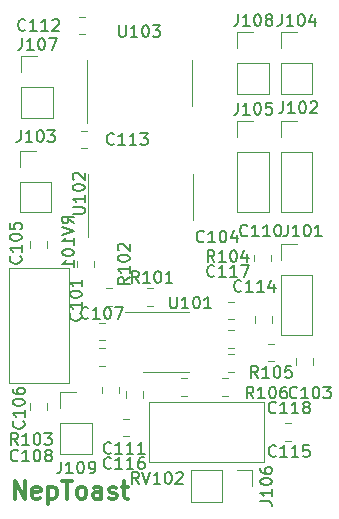
<source format=gbr>
%TF.GenerationSoftware,KiCad,Pcbnew,(6.0.8)*%
%TF.CreationDate,2022-10-15T17:18:15+02:00*%
%TF.ProjectId,Digital Delay,44696769-7461-46c2-9044-656c61792e6b,rev?*%
%TF.SameCoordinates,Original*%
%TF.FileFunction,Legend,Top*%
%TF.FilePolarity,Positive*%
%FSLAX46Y46*%
G04 Gerber Fmt 4.6, Leading zero omitted, Abs format (unit mm)*
G04 Created by KiCad (PCBNEW (6.0.8)) date 2022-10-15 17:18:15*
%MOMM*%
%LPD*%
G01*
G04 APERTURE LIST*
%ADD10C,0.300000*%
%ADD11C,0.150000*%
%ADD12C,0.120000*%
G04 APERTURE END LIST*
D10*
X39100714Y-78783571D02*
X39100714Y-77283571D01*
X39957857Y-78783571D01*
X39957857Y-77283571D01*
X41243571Y-78712142D02*
X41100714Y-78783571D01*
X40815000Y-78783571D01*
X40672142Y-78712142D01*
X40600714Y-78569285D01*
X40600714Y-77997857D01*
X40672142Y-77855000D01*
X40815000Y-77783571D01*
X41100714Y-77783571D01*
X41243571Y-77855000D01*
X41315000Y-77997857D01*
X41315000Y-78140714D01*
X40600714Y-78283571D01*
X41957857Y-77783571D02*
X41957857Y-79283571D01*
X41957857Y-77855000D02*
X42100714Y-77783571D01*
X42386428Y-77783571D01*
X42529285Y-77855000D01*
X42600714Y-77926428D01*
X42672142Y-78069285D01*
X42672142Y-78497857D01*
X42600714Y-78640714D01*
X42529285Y-78712142D01*
X42386428Y-78783571D01*
X42100714Y-78783571D01*
X41957857Y-78712142D01*
X43100714Y-77283571D02*
X43957857Y-77283571D01*
X43529285Y-78783571D02*
X43529285Y-77283571D01*
X44672142Y-78783571D02*
X44529285Y-78712142D01*
X44457857Y-78640714D01*
X44386428Y-78497857D01*
X44386428Y-78069285D01*
X44457857Y-77926428D01*
X44529285Y-77855000D01*
X44672142Y-77783571D01*
X44886428Y-77783571D01*
X45029285Y-77855000D01*
X45100714Y-77926428D01*
X45172142Y-78069285D01*
X45172142Y-78497857D01*
X45100714Y-78640714D01*
X45029285Y-78712142D01*
X44886428Y-78783571D01*
X44672142Y-78783571D01*
X46457857Y-78783571D02*
X46457857Y-77997857D01*
X46386428Y-77855000D01*
X46243571Y-77783571D01*
X45957857Y-77783571D01*
X45815000Y-77855000D01*
X46457857Y-78712142D02*
X46315000Y-78783571D01*
X45957857Y-78783571D01*
X45815000Y-78712142D01*
X45743571Y-78569285D01*
X45743571Y-78426428D01*
X45815000Y-78283571D01*
X45957857Y-78212142D01*
X46315000Y-78212142D01*
X46457857Y-78140714D01*
X47100714Y-78712142D02*
X47243571Y-78783571D01*
X47529285Y-78783571D01*
X47672142Y-78712142D01*
X47743571Y-78569285D01*
X47743571Y-78497857D01*
X47672142Y-78355000D01*
X47529285Y-78283571D01*
X47315000Y-78283571D01*
X47172142Y-78212142D01*
X47100714Y-78069285D01*
X47100714Y-77997857D01*
X47172142Y-77855000D01*
X47315000Y-77783571D01*
X47529285Y-77783571D01*
X47672142Y-77855000D01*
X48172142Y-77783571D02*
X48743571Y-77783571D01*
X48386428Y-77283571D02*
X48386428Y-78569285D01*
X48457857Y-78712142D01*
X48600714Y-78783571D01*
X48743571Y-78783571D01*
D11*
%TO.C,C115*%
X61232952Y-75160142D02*
X61185333Y-75207761D01*
X61042476Y-75255380D01*
X60947238Y-75255380D01*
X60804380Y-75207761D01*
X60709142Y-75112523D01*
X60661523Y-75017285D01*
X60613904Y-74826809D01*
X60613904Y-74683952D01*
X60661523Y-74493476D01*
X60709142Y-74398238D01*
X60804380Y-74303000D01*
X60947238Y-74255380D01*
X61042476Y-74255380D01*
X61185333Y-74303000D01*
X61232952Y-74350619D01*
X62185333Y-75255380D02*
X61613904Y-75255380D01*
X61899619Y-75255380D02*
X61899619Y-74255380D01*
X61804380Y-74398238D01*
X61709142Y-74493476D01*
X61613904Y-74541095D01*
X63137714Y-75255380D02*
X62566285Y-75255380D01*
X62852000Y-75255380D02*
X62852000Y-74255380D01*
X62756761Y-74398238D01*
X62661523Y-74493476D01*
X62566285Y-74541095D01*
X64042476Y-74255380D02*
X63566285Y-74255380D01*
X63518666Y-74731571D01*
X63566285Y-74683952D01*
X63661523Y-74636333D01*
X63899619Y-74636333D01*
X63994857Y-74683952D01*
X64042476Y-74731571D01*
X64090095Y-74826809D01*
X64090095Y-75064904D01*
X64042476Y-75160142D01*
X63994857Y-75207761D01*
X63899619Y-75255380D01*
X63661523Y-75255380D01*
X63566285Y-75207761D01*
X63518666Y-75160142D01*
%TO.C,C114*%
X58316952Y-61190142D02*
X58269333Y-61237761D01*
X58126476Y-61285380D01*
X58031238Y-61285380D01*
X57888380Y-61237761D01*
X57793142Y-61142523D01*
X57745523Y-61047285D01*
X57697904Y-60856809D01*
X57697904Y-60713952D01*
X57745523Y-60523476D01*
X57793142Y-60428238D01*
X57888380Y-60333000D01*
X58031238Y-60285380D01*
X58126476Y-60285380D01*
X58269333Y-60333000D01*
X58316952Y-60380619D01*
X59269333Y-61285380D02*
X58697904Y-61285380D01*
X58983619Y-61285380D02*
X58983619Y-60285380D01*
X58888380Y-60428238D01*
X58793142Y-60523476D01*
X58697904Y-60571095D01*
X60221714Y-61285380D02*
X59650285Y-61285380D01*
X59936000Y-61285380D02*
X59936000Y-60285380D01*
X59840761Y-60428238D01*
X59745523Y-60523476D01*
X59650285Y-60571095D01*
X61078857Y-60618714D02*
X61078857Y-61285380D01*
X60840761Y-60237761D02*
X60602666Y-60952047D01*
X61221714Y-60952047D01*
%TO.C,J105*%
X58023285Y-45270380D02*
X58023285Y-45984666D01*
X57975666Y-46127523D01*
X57880428Y-46222761D01*
X57737571Y-46270380D01*
X57642333Y-46270380D01*
X59023285Y-46270380D02*
X58451857Y-46270380D01*
X58737571Y-46270380D02*
X58737571Y-45270380D01*
X58642333Y-45413238D01*
X58547095Y-45508476D01*
X58451857Y-45556095D01*
X59642333Y-45270380D02*
X59737571Y-45270380D01*
X59832809Y-45318000D01*
X59880428Y-45365619D01*
X59928047Y-45460857D01*
X59975666Y-45651333D01*
X59975666Y-45889428D01*
X59928047Y-46079904D01*
X59880428Y-46175142D01*
X59832809Y-46222761D01*
X59737571Y-46270380D01*
X59642333Y-46270380D01*
X59547095Y-46222761D01*
X59499476Y-46175142D01*
X59451857Y-46079904D01*
X59404238Y-45889428D01*
X59404238Y-45651333D01*
X59451857Y-45460857D01*
X59499476Y-45365619D01*
X59547095Y-45318000D01*
X59642333Y-45270380D01*
X60880428Y-45270380D02*
X60404238Y-45270380D01*
X60356619Y-45746571D01*
X60404238Y-45698952D01*
X60499476Y-45651333D01*
X60737571Y-45651333D01*
X60832809Y-45698952D01*
X60880428Y-45746571D01*
X60928047Y-45841809D01*
X60928047Y-46079904D01*
X60880428Y-46175142D01*
X60832809Y-46222761D01*
X60737571Y-46270380D01*
X60499476Y-46270380D01*
X60404238Y-46222761D01*
X60356619Y-46175142D01*
%TO.C,C107*%
X45362952Y-63476142D02*
X45315333Y-63523761D01*
X45172476Y-63571380D01*
X45077238Y-63571380D01*
X44934380Y-63523761D01*
X44839142Y-63428523D01*
X44791523Y-63333285D01*
X44743904Y-63142809D01*
X44743904Y-62999952D01*
X44791523Y-62809476D01*
X44839142Y-62714238D01*
X44934380Y-62619000D01*
X45077238Y-62571380D01*
X45172476Y-62571380D01*
X45315333Y-62619000D01*
X45362952Y-62666619D01*
X46315333Y-63571380D02*
X45743904Y-63571380D01*
X46029619Y-63571380D02*
X46029619Y-62571380D01*
X45934380Y-62714238D01*
X45839142Y-62809476D01*
X45743904Y-62857095D01*
X46934380Y-62571380D02*
X47029619Y-62571380D01*
X47124857Y-62619000D01*
X47172476Y-62666619D01*
X47220095Y-62761857D01*
X47267714Y-62952333D01*
X47267714Y-63190428D01*
X47220095Y-63380904D01*
X47172476Y-63476142D01*
X47124857Y-63523761D01*
X47029619Y-63571380D01*
X46934380Y-63571380D01*
X46839142Y-63523761D01*
X46791523Y-63476142D01*
X46743904Y-63380904D01*
X46696285Y-63190428D01*
X46696285Y-62952333D01*
X46743904Y-62761857D01*
X46791523Y-62666619D01*
X46839142Y-62619000D01*
X46934380Y-62571380D01*
X47601047Y-62571380D02*
X48267714Y-62571380D01*
X47839142Y-63571380D01*
%TO.C,C106*%
X39854142Y-72239047D02*
X39901761Y-72286666D01*
X39949380Y-72429523D01*
X39949380Y-72524761D01*
X39901761Y-72667619D01*
X39806523Y-72762857D01*
X39711285Y-72810476D01*
X39520809Y-72858095D01*
X39377952Y-72858095D01*
X39187476Y-72810476D01*
X39092238Y-72762857D01*
X38997000Y-72667619D01*
X38949380Y-72524761D01*
X38949380Y-72429523D01*
X38997000Y-72286666D01*
X39044619Y-72239047D01*
X39949380Y-71286666D02*
X39949380Y-71858095D01*
X39949380Y-71572380D02*
X38949380Y-71572380D01*
X39092238Y-71667619D01*
X39187476Y-71762857D01*
X39235095Y-71858095D01*
X38949380Y-70667619D02*
X38949380Y-70572380D01*
X38997000Y-70477142D01*
X39044619Y-70429523D01*
X39139857Y-70381904D01*
X39330333Y-70334285D01*
X39568428Y-70334285D01*
X39758904Y-70381904D01*
X39854142Y-70429523D01*
X39901761Y-70477142D01*
X39949380Y-70572380D01*
X39949380Y-70667619D01*
X39901761Y-70762857D01*
X39854142Y-70810476D01*
X39758904Y-70858095D01*
X39568428Y-70905714D01*
X39330333Y-70905714D01*
X39139857Y-70858095D01*
X39044619Y-70810476D01*
X38997000Y-70762857D01*
X38949380Y-70667619D01*
X38949380Y-69477142D02*
X38949380Y-69667619D01*
X38997000Y-69762857D01*
X39044619Y-69810476D01*
X39187476Y-69905714D01*
X39377952Y-69953333D01*
X39758904Y-69953333D01*
X39854142Y-69905714D01*
X39901761Y-69858095D01*
X39949380Y-69762857D01*
X39949380Y-69572380D01*
X39901761Y-69477142D01*
X39854142Y-69429523D01*
X39758904Y-69381904D01*
X39520809Y-69381904D01*
X39425571Y-69429523D01*
X39377952Y-69477142D01*
X39330333Y-69572380D01*
X39330333Y-69762857D01*
X39377952Y-69858095D01*
X39425571Y-69905714D01*
X39520809Y-69953333D01*
%TO.C,C111*%
X47267952Y-74906142D02*
X47220333Y-74953761D01*
X47077476Y-75001380D01*
X46982238Y-75001380D01*
X46839380Y-74953761D01*
X46744142Y-74858523D01*
X46696523Y-74763285D01*
X46648904Y-74572809D01*
X46648904Y-74429952D01*
X46696523Y-74239476D01*
X46744142Y-74144238D01*
X46839380Y-74049000D01*
X46982238Y-74001380D01*
X47077476Y-74001380D01*
X47220333Y-74049000D01*
X47267952Y-74096619D01*
X48220333Y-75001380D02*
X47648904Y-75001380D01*
X47934619Y-75001380D02*
X47934619Y-74001380D01*
X47839380Y-74144238D01*
X47744142Y-74239476D01*
X47648904Y-74287095D01*
X49172714Y-75001380D02*
X48601285Y-75001380D01*
X48887000Y-75001380D02*
X48887000Y-74001380D01*
X48791761Y-74144238D01*
X48696523Y-74239476D01*
X48601285Y-74287095D01*
X50125095Y-75001380D02*
X49553666Y-75001380D01*
X49839380Y-75001380D02*
X49839380Y-74001380D01*
X49744142Y-74144238D01*
X49648904Y-74239476D01*
X49553666Y-74287095D01*
%TO.C,J101*%
X62214285Y-55586380D02*
X62214285Y-56300666D01*
X62166666Y-56443523D01*
X62071428Y-56538761D01*
X61928571Y-56586380D01*
X61833333Y-56586380D01*
X63214285Y-56586380D02*
X62642857Y-56586380D01*
X62928571Y-56586380D02*
X62928571Y-55586380D01*
X62833333Y-55729238D01*
X62738095Y-55824476D01*
X62642857Y-55872095D01*
X63833333Y-55586380D02*
X63928571Y-55586380D01*
X64023809Y-55634000D01*
X64071428Y-55681619D01*
X64119047Y-55776857D01*
X64166666Y-55967333D01*
X64166666Y-56205428D01*
X64119047Y-56395904D01*
X64071428Y-56491142D01*
X64023809Y-56538761D01*
X63928571Y-56586380D01*
X63833333Y-56586380D01*
X63738095Y-56538761D01*
X63690476Y-56491142D01*
X63642857Y-56395904D01*
X63595238Y-56205428D01*
X63595238Y-55967333D01*
X63642857Y-55776857D01*
X63690476Y-55681619D01*
X63738095Y-55634000D01*
X63833333Y-55586380D01*
X65119047Y-56586380D02*
X64547619Y-56586380D01*
X64833333Y-56586380D02*
X64833333Y-55586380D01*
X64738095Y-55729238D01*
X64642857Y-55824476D01*
X64547619Y-55872095D01*
%TO.C,C101*%
X44680142Y-63095047D02*
X44727761Y-63142666D01*
X44775380Y-63285523D01*
X44775380Y-63380761D01*
X44727761Y-63523619D01*
X44632523Y-63618857D01*
X44537285Y-63666476D01*
X44346809Y-63714095D01*
X44203952Y-63714095D01*
X44013476Y-63666476D01*
X43918238Y-63618857D01*
X43823000Y-63523619D01*
X43775380Y-63380761D01*
X43775380Y-63285523D01*
X43823000Y-63142666D01*
X43870619Y-63095047D01*
X44775380Y-62142666D02*
X44775380Y-62714095D01*
X44775380Y-62428380D02*
X43775380Y-62428380D01*
X43918238Y-62523619D01*
X44013476Y-62618857D01*
X44061095Y-62714095D01*
X43775380Y-61523619D02*
X43775380Y-61428380D01*
X43823000Y-61333142D01*
X43870619Y-61285523D01*
X43965857Y-61237904D01*
X44156333Y-61190285D01*
X44394428Y-61190285D01*
X44584904Y-61237904D01*
X44680142Y-61285523D01*
X44727761Y-61333142D01*
X44775380Y-61428380D01*
X44775380Y-61523619D01*
X44727761Y-61618857D01*
X44680142Y-61666476D01*
X44584904Y-61714095D01*
X44394428Y-61761714D01*
X44156333Y-61761714D01*
X43965857Y-61714095D01*
X43870619Y-61666476D01*
X43823000Y-61618857D01*
X43775380Y-61523619D01*
X44775380Y-60237904D02*
X44775380Y-60809333D01*
X44775380Y-60523619D02*
X43775380Y-60523619D01*
X43918238Y-60618857D01*
X44013476Y-60714095D01*
X44061095Y-60809333D01*
%TO.C,C116*%
X47267952Y-76176142D02*
X47220333Y-76223761D01*
X47077476Y-76271380D01*
X46982238Y-76271380D01*
X46839380Y-76223761D01*
X46744142Y-76128523D01*
X46696523Y-76033285D01*
X46648904Y-75842809D01*
X46648904Y-75699952D01*
X46696523Y-75509476D01*
X46744142Y-75414238D01*
X46839380Y-75319000D01*
X46982238Y-75271380D01*
X47077476Y-75271380D01*
X47220333Y-75319000D01*
X47267952Y-75366619D01*
X48220333Y-76271380D02*
X47648904Y-76271380D01*
X47934619Y-76271380D02*
X47934619Y-75271380D01*
X47839380Y-75414238D01*
X47744142Y-75509476D01*
X47648904Y-75557095D01*
X49172714Y-76271380D02*
X48601285Y-76271380D01*
X48887000Y-76271380D02*
X48887000Y-75271380D01*
X48791761Y-75414238D01*
X48696523Y-75509476D01*
X48601285Y-75557095D01*
X50029857Y-75271380D02*
X49839380Y-75271380D01*
X49744142Y-75319000D01*
X49696523Y-75366619D01*
X49601285Y-75509476D01*
X49553666Y-75699952D01*
X49553666Y-76080904D01*
X49601285Y-76176142D01*
X49648904Y-76223761D01*
X49744142Y-76271380D01*
X49934619Y-76271380D01*
X50029857Y-76223761D01*
X50077476Y-76176142D01*
X50125095Y-76080904D01*
X50125095Y-75842809D01*
X50077476Y-75747571D01*
X50029857Y-75699952D01*
X49934619Y-75652333D01*
X49744142Y-75652333D01*
X49648904Y-75699952D01*
X49601285Y-75747571D01*
X49553666Y-75842809D01*
%TO.C,R104*%
X56030952Y-58745380D02*
X55697619Y-58269190D01*
X55459523Y-58745380D02*
X55459523Y-57745380D01*
X55840476Y-57745380D01*
X55935714Y-57793000D01*
X55983333Y-57840619D01*
X56030952Y-57935857D01*
X56030952Y-58078714D01*
X55983333Y-58173952D01*
X55935714Y-58221571D01*
X55840476Y-58269190D01*
X55459523Y-58269190D01*
X56983333Y-58745380D02*
X56411904Y-58745380D01*
X56697619Y-58745380D02*
X56697619Y-57745380D01*
X56602380Y-57888238D01*
X56507142Y-57983476D01*
X56411904Y-58031095D01*
X57602380Y-57745380D02*
X57697619Y-57745380D01*
X57792857Y-57793000D01*
X57840476Y-57840619D01*
X57888095Y-57935857D01*
X57935714Y-58126333D01*
X57935714Y-58364428D01*
X57888095Y-58554904D01*
X57840476Y-58650142D01*
X57792857Y-58697761D01*
X57697619Y-58745380D01*
X57602380Y-58745380D01*
X57507142Y-58697761D01*
X57459523Y-58650142D01*
X57411904Y-58554904D01*
X57364285Y-58364428D01*
X57364285Y-58126333D01*
X57411904Y-57935857D01*
X57459523Y-57840619D01*
X57507142Y-57793000D01*
X57602380Y-57745380D01*
X58792857Y-58078714D02*
X58792857Y-58745380D01*
X58554761Y-57697761D02*
X58316666Y-58412047D01*
X58935714Y-58412047D01*
%TO.C,J106*%
X59904380Y-79009714D02*
X60618666Y-79009714D01*
X60761523Y-79057333D01*
X60856761Y-79152571D01*
X60904380Y-79295428D01*
X60904380Y-79390666D01*
X60904380Y-78009714D02*
X60904380Y-78581142D01*
X60904380Y-78295428D02*
X59904380Y-78295428D01*
X60047238Y-78390666D01*
X60142476Y-78485904D01*
X60190095Y-78581142D01*
X59904380Y-77390666D02*
X59904380Y-77295428D01*
X59952000Y-77200190D01*
X59999619Y-77152571D01*
X60094857Y-77104952D01*
X60285333Y-77057333D01*
X60523428Y-77057333D01*
X60713904Y-77104952D01*
X60809142Y-77152571D01*
X60856761Y-77200190D01*
X60904380Y-77295428D01*
X60904380Y-77390666D01*
X60856761Y-77485904D01*
X60809142Y-77533523D01*
X60713904Y-77581142D01*
X60523428Y-77628761D01*
X60285333Y-77628761D01*
X60094857Y-77581142D01*
X59999619Y-77533523D01*
X59952000Y-77485904D01*
X59904380Y-77390666D01*
X59904380Y-76200190D02*
X59904380Y-76390666D01*
X59952000Y-76485904D01*
X59999619Y-76533523D01*
X60142476Y-76628761D01*
X60332952Y-76676380D01*
X60713904Y-76676380D01*
X60809142Y-76628761D01*
X60856761Y-76581142D01*
X60904380Y-76485904D01*
X60904380Y-76295428D01*
X60856761Y-76200190D01*
X60809142Y-76152571D01*
X60713904Y-76104952D01*
X60475809Y-76104952D01*
X60380571Y-76152571D01*
X60332952Y-76200190D01*
X60285333Y-76295428D01*
X60285333Y-76485904D01*
X60332952Y-76581142D01*
X60380571Y-76628761D01*
X60475809Y-76676380D01*
%TO.C,J103*%
X39608285Y-47585380D02*
X39608285Y-48299666D01*
X39560666Y-48442523D01*
X39465428Y-48537761D01*
X39322571Y-48585380D01*
X39227333Y-48585380D01*
X40608285Y-48585380D02*
X40036857Y-48585380D01*
X40322571Y-48585380D02*
X40322571Y-47585380D01*
X40227333Y-47728238D01*
X40132095Y-47823476D01*
X40036857Y-47871095D01*
X41227333Y-47585380D02*
X41322571Y-47585380D01*
X41417809Y-47633000D01*
X41465428Y-47680619D01*
X41513047Y-47775857D01*
X41560666Y-47966333D01*
X41560666Y-48204428D01*
X41513047Y-48394904D01*
X41465428Y-48490142D01*
X41417809Y-48537761D01*
X41322571Y-48585380D01*
X41227333Y-48585380D01*
X41132095Y-48537761D01*
X41084476Y-48490142D01*
X41036857Y-48394904D01*
X40989238Y-48204428D01*
X40989238Y-47966333D01*
X41036857Y-47775857D01*
X41084476Y-47680619D01*
X41132095Y-47633000D01*
X41227333Y-47585380D01*
X41894000Y-47585380D02*
X42513047Y-47585380D01*
X42179714Y-47966333D01*
X42322571Y-47966333D01*
X42417809Y-48013952D01*
X42465428Y-48061571D01*
X42513047Y-48156809D01*
X42513047Y-48394904D01*
X42465428Y-48490142D01*
X42417809Y-48537761D01*
X42322571Y-48585380D01*
X42036857Y-48585380D01*
X41941619Y-48537761D01*
X41894000Y-48490142D01*
%TO.C,U102*%
X44029380Y-54673285D02*
X44838904Y-54673285D01*
X44934142Y-54625666D01*
X44981761Y-54578047D01*
X45029380Y-54482809D01*
X45029380Y-54292333D01*
X44981761Y-54197095D01*
X44934142Y-54149476D01*
X44838904Y-54101857D01*
X44029380Y-54101857D01*
X45029380Y-53101857D02*
X45029380Y-53673285D01*
X45029380Y-53387571D02*
X44029380Y-53387571D01*
X44172238Y-53482809D01*
X44267476Y-53578047D01*
X44315095Y-53673285D01*
X44029380Y-52482809D02*
X44029380Y-52387571D01*
X44077000Y-52292333D01*
X44124619Y-52244714D01*
X44219857Y-52197095D01*
X44410333Y-52149476D01*
X44648428Y-52149476D01*
X44838904Y-52197095D01*
X44934142Y-52244714D01*
X44981761Y-52292333D01*
X45029380Y-52387571D01*
X45029380Y-52482809D01*
X44981761Y-52578047D01*
X44934142Y-52625666D01*
X44838904Y-52673285D01*
X44648428Y-52720904D01*
X44410333Y-52720904D01*
X44219857Y-52673285D01*
X44124619Y-52625666D01*
X44077000Y-52578047D01*
X44029380Y-52482809D01*
X44124619Y-51768523D02*
X44077000Y-51720904D01*
X44029380Y-51625666D01*
X44029380Y-51387571D01*
X44077000Y-51292333D01*
X44124619Y-51244714D01*
X44219857Y-51197095D01*
X44315095Y-51197095D01*
X44457952Y-51244714D01*
X45029380Y-51816142D01*
X45029380Y-51197095D01*
%TO.C,C108*%
X39393952Y-75541142D02*
X39346333Y-75588761D01*
X39203476Y-75636380D01*
X39108238Y-75636380D01*
X38965380Y-75588761D01*
X38870142Y-75493523D01*
X38822523Y-75398285D01*
X38774904Y-75207809D01*
X38774904Y-75064952D01*
X38822523Y-74874476D01*
X38870142Y-74779238D01*
X38965380Y-74684000D01*
X39108238Y-74636380D01*
X39203476Y-74636380D01*
X39346333Y-74684000D01*
X39393952Y-74731619D01*
X40346333Y-75636380D02*
X39774904Y-75636380D01*
X40060619Y-75636380D02*
X40060619Y-74636380D01*
X39965380Y-74779238D01*
X39870142Y-74874476D01*
X39774904Y-74922095D01*
X40965380Y-74636380D02*
X41060619Y-74636380D01*
X41155857Y-74684000D01*
X41203476Y-74731619D01*
X41251095Y-74826857D01*
X41298714Y-75017333D01*
X41298714Y-75255428D01*
X41251095Y-75445904D01*
X41203476Y-75541142D01*
X41155857Y-75588761D01*
X41060619Y-75636380D01*
X40965380Y-75636380D01*
X40870142Y-75588761D01*
X40822523Y-75541142D01*
X40774904Y-75445904D01*
X40727285Y-75255428D01*
X40727285Y-75017333D01*
X40774904Y-74826857D01*
X40822523Y-74731619D01*
X40870142Y-74684000D01*
X40965380Y-74636380D01*
X41870142Y-75064952D02*
X41774904Y-75017333D01*
X41727285Y-74969714D01*
X41679666Y-74874476D01*
X41679666Y-74826857D01*
X41727285Y-74731619D01*
X41774904Y-74684000D01*
X41870142Y-74636380D01*
X42060619Y-74636380D01*
X42155857Y-74684000D01*
X42203476Y-74731619D01*
X42251095Y-74826857D01*
X42251095Y-74874476D01*
X42203476Y-74969714D01*
X42155857Y-75017333D01*
X42060619Y-75064952D01*
X41870142Y-75064952D01*
X41774904Y-75112571D01*
X41727285Y-75160190D01*
X41679666Y-75255428D01*
X41679666Y-75445904D01*
X41727285Y-75541142D01*
X41774904Y-75588761D01*
X41870142Y-75636380D01*
X42060619Y-75636380D01*
X42155857Y-75588761D01*
X42203476Y-75541142D01*
X42251095Y-75445904D01*
X42251095Y-75255428D01*
X42203476Y-75160190D01*
X42155857Y-75112571D01*
X42060619Y-75064952D01*
%TO.C,C103*%
X63015952Y-70207142D02*
X62968333Y-70254761D01*
X62825476Y-70302380D01*
X62730238Y-70302380D01*
X62587380Y-70254761D01*
X62492142Y-70159523D01*
X62444523Y-70064285D01*
X62396904Y-69873809D01*
X62396904Y-69730952D01*
X62444523Y-69540476D01*
X62492142Y-69445238D01*
X62587380Y-69350000D01*
X62730238Y-69302380D01*
X62825476Y-69302380D01*
X62968333Y-69350000D01*
X63015952Y-69397619D01*
X63968333Y-70302380D02*
X63396904Y-70302380D01*
X63682619Y-70302380D02*
X63682619Y-69302380D01*
X63587380Y-69445238D01*
X63492142Y-69540476D01*
X63396904Y-69588095D01*
X64587380Y-69302380D02*
X64682619Y-69302380D01*
X64777857Y-69350000D01*
X64825476Y-69397619D01*
X64873095Y-69492857D01*
X64920714Y-69683333D01*
X64920714Y-69921428D01*
X64873095Y-70111904D01*
X64825476Y-70207142D01*
X64777857Y-70254761D01*
X64682619Y-70302380D01*
X64587380Y-70302380D01*
X64492142Y-70254761D01*
X64444523Y-70207142D01*
X64396904Y-70111904D01*
X64349285Y-69921428D01*
X64349285Y-69683333D01*
X64396904Y-69492857D01*
X64444523Y-69397619D01*
X64492142Y-69350000D01*
X64587380Y-69302380D01*
X65254047Y-69302380D02*
X65873095Y-69302380D01*
X65539761Y-69683333D01*
X65682619Y-69683333D01*
X65777857Y-69730952D01*
X65825476Y-69778571D01*
X65873095Y-69873809D01*
X65873095Y-70111904D01*
X65825476Y-70207142D01*
X65777857Y-70254761D01*
X65682619Y-70302380D01*
X65396904Y-70302380D01*
X65301666Y-70254761D01*
X65254047Y-70207142D01*
%TO.C,R106*%
X59332952Y-70302380D02*
X58999619Y-69826190D01*
X58761523Y-70302380D02*
X58761523Y-69302380D01*
X59142476Y-69302380D01*
X59237714Y-69350000D01*
X59285333Y-69397619D01*
X59332952Y-69492857D01*
X59332952Y-69635714D01*
X59285333Y-69730952D01*
X59237714Y-69778571D01*
X59142476Y-69826190D01*
X58761523Y-69826190D01*
X60285333Y-70302380D02*
X59713904Y-70302380D01*
X59999619Y-70302380D02*
X59999619Y-69302380D01*
X59904380Y-69445238D01*
X59809142Y-69540476D01*
X59713904Y-69588095D01*
X60904380Y-69302380D02*
X60999619Y-69302380D01*
X61094857Y-69350000D01*
X61142476Y-69397619D01*
X61190095Y-69492857D01*
X61237714Y-69683333D01*
X61237714Y-69921428D01*
X61190095Y-70111904D01*
X61142476Y-70207142D01*
X61094857Y-70254761D01*
X60999619Y-70302380D01*
X60904380Y-70302380D01*
X60809142Y-70254761D01*
X60761523Y-70207142D01*
X60713904Y-70111904D01*
X60666285Y-69921428D01*
X60666285Y-69683333D01*
X60713904Y-69492857D01*
X60761523Y-69397619D01*
X60809142Y-69350000D01*
X60904380Y-69302380D01*
X62094857Y-69302380D02*
X61904380Y-69302380D01*
X61809142Y-69350000D01*
X61761523Y-69397619D01*
X61666285Y-69540476D01*
X61618666Y-69730952D01*
X61618666Y-70111904D01*
X61666285Y-70207142D01*
X61713904Y-70254761D01*
X61809142Y-70302380D01*
X61999619Y-70302380D01*
X62094857Y-70254761D01*
X62142476Y-70207142D01*
X62190095Y-70111904D01*
X62190095Y-69873809D01*
X62142476Y-69778571D01*
X62094857Y-69730952D01*
X61999619Y-69683333D01*
X61809142Y-69683333D01*
X61713904Y-69730952D01*
X61666285Y-69778571D01*
X61618666Y-69873809D01*
%TO.C,J107*%
X39735285Y-39789380D02*
X39735285Y-40503666D01*
X39687666Y-40646523D01*
X39592428Y-40741761D01*
X39449571Y-40789380D01*
X39354333Y-40789380D01*
X40735285Y-40789380D02*
X40163857Y-40789380D01*
X40449571Y-40789380D02*
X40449571Y-39789380D01*
X40354333Y-39932238D01*
X40259095Y-40027476D01*
X40163857Y-40075095D01*
X41354333Y-39789380D02*
X41449571Y-39789380D01*
X41544809Y-39837000D01*
X41592428Y-39884619D01*
X41640047Y-39979857D01*
X41687666Y-40170333D01*
X41687666Y-40408428D01*
X41640047Y-40598904D01*
X41592428Y-40694142D01*
X41544809Y-40741761D01*
X41449571Y-40789380D01*
X41354333Y-40789380D01*
X41259095Y-40741761D01*
X41211476Y-40694142D01*
X41163857Y-40598904D01*
X41116238Y-40408428D01*
X41116238Y-40170333D01*
X41163857Y-39979857D01*
X41211476Y-39884619D01*
X41259095Y-39837000D01*
X41354333Y-39789380D01*
X42021000Y-39789380D02*
X42687666Y-39789380D01*
X42259095Y-40789380D01*
%TO.C,J109*%
X43037285Y-75652380D02*
X43037285Y-76366666D01*
X42989666Y-76509523D01*
X42894428Y-76604761D01*
X42751571Y-76652380D01*
X42656333Y-76652380D01*
X44037285Y-76652380D02*
X43465857Y-76652380D01*
X43751571Y-76652380D02*
X43751571Y-75652380D01*
X43656333Y-75795238D01*
X43561095Y-75890476D01*
X43465857Y-75938095D01*
X44656333Y-75652380D02*
X44751571Y-75652380D01*
X44846809Y-75700000D01*
X44894428Y-75747619D01*
X44942047Y-75842857D01*
X44989666Y-76033333D01*
X44989666Y-76271428D01*
X44942047Y-76461904D01*
X44894428Y-76557142D01*
X44846809Y-76604761D01*
X44751571Y-76652380D01*
X44656333Y-76652380D01*
X44561095Y-76604761D01*
X44513476Y-76557142D01*
X44465857Y-76461904D01*
X44418238Y-76271428D01*
X44418238Y-76033333D01*
X44465857Y-75842857D01*
X44513476Y-75747619D01*
X44561095Y-75700000D01*
X44656333Y-75652380D01*
X45465857Y-76652380D02*
X45656333Y-76652380D01*
X45751571Y-76604761D01*
X45799190Y-76557142D01*
X45894428Y-76414285D01*
X45942047Y-76223809D01*
X45942047Y-75842857D01*
X45894428Y-75747619D01*
X45846809Y-75700000D01*
X45751571Y-75652380D01*
X45561095Y-75652380D01*
X45465857Y-75700000D01*
X45418238Y-75747619D01*
X45370619Y-75842857D01*
X45370619Y-76080952D01*
X45418238Y-76176190D01*
X45465857Y-76223809D01*
X45561095Y-76271428D01*
X45751571Y-76271428D01*
X45846809Y-76223809D01*
X45894428Y-76176190D01*
X45942047Y-76080952D01*
%TO.C,J104*%
X61706285Y-37762380D02*
X61706285Y-38476666D01*
X61658666Y-38619523D01*
X61563428Y-38714761D01*
X61420571Y-38762380D01*
X61325333Y-38762380D01*
X62706285Y-38762380D02*
X62134857Y-38762380D01*
X62420571Y-38762380D02*
X62420571Y-37762380D01*
X62325333Y-37905238D01*
X62230095Y-38000476D01*
X62134857Y-38048095D01*
X63325333Y-37762380D02*
X63420571Y-37762380D01*
X63515809Y-37810000D01*
X63563428Y-37857619D01*
X63611047Y-37952857D01*
X63658666Y-38143333D01*
X63658666Y-38381428D01*
X63611047Y-38571904D01*
X63563428Y-38667142D01*
X63515809Y-38714761D01*
X63420571Y-38762380D01*
X63325333Y-38762380D01*
X63230095Y-38714761D01*
X63182476Y-38667142D01*
X63134857Y-38571904D01*
X63087238Y-38381428D01*
X63087238Y-38143333D01*
X63134857Y-37952857D01*
X63182476Y-37857619D01*
X63230095Y-37810000D01*
X63325333Y-37762380D01*
X64515809Y-38095714D02*
X64515809Y-38762380D01*
X64277714Y-37714761D02*
X64039619Y-38429047D01*
X64658666Y-38429047D01*
%TO.C,RV101*%
X44140380Y-55475380D02*
X43664190Y-55142047D01*
X44140380Y-54903952D02*
X43140380Y-54903952D01*
X43140380Y-55284904D01*
X43188000Y-55380142D01*
X43235619Y-55427761D01*
X43330857Y-55475380D01*
X43473714Y-55475380D01*
X43568952Y-55427761D01*
X43616571Y-55380142D01*
X43664190Y-55284904D01*
X43664190Y-54903952D01*
X43140380Y-55761095D02*
X44140380Y-56094428D01*
X43140380Y-56427761D01*
X44140380Y-57284904D02*
X44140380Y-56713476D01*
X44140380Y-56999190D02*
X43140380Y-56999190D01*
X43283238Y-56903952D01*
X43378476Y-56808714D01*
X43426095Y-56713476D01*
X43140380Y-57903952D02*
X43140380Y-57999190D01*
X43188000Y-58094428D01*
X43235619Y-58142047D01*
X43330857Y-58189666D01*
X43521333Y-58237285D01*
X43759428Y-58237285D01*
X43949904Y-58189666D01*
X44045142Y-58142047D01*
X44092761Y-58094428D01*
X44140380Y-57999190D01*
X44140380Y-57903952D01*
X44092761Y-57808714D01*
X44045142Y-57761095D01*
X43949904Y-57713476D01*
X43759428Y-57665857D01*
X43521333Y-57665857D01*
X43330857Y-57713476D01*
X43235619Y-57761095D01*
X43188000Y-57808714D01*
X43140380Y-57903952D01*
X44140380Y-59189666D02*
X44140380Y-58618238D01*
X44140380Y-58903952D02*
X43140380Y-58903952D01*
X43283238Y-58808714D01*
X43378476Y-58713476D01*
X43426095Y-58618238D01*
%TO.C,J108*%
X58023285Y-37757380D02*
X58023285Y-38471666D01*
X57975666Y-38614523D01*
X57880428Y-38709761D01*
X57737571Y-38757380D01*
X57642333Y-38757380D01*
X59023285Y-38757380D02*
X58451857Y-38757380D01*
X58737571Y-38757380D02*
X58737571Y-37757380D01*
X58642333Y-37900238D01*
X58547095Y-37995476D01*
X58451857Y-38043095D01*
X59642333Y-37757380D02*
X59737571Y-37757380D01*
X59832809Y-37805000D01*
X59880428Y-37852619D01*
X59928047Y-37947857D01*
X59975666Y-38138333D01*
X59975666Y-38376428D01*
X59928047Y-38566904D01*
X59880428Y-38662142D01*
X59832809Y-38709761D01*
X59737571Y-38757380D01*
X59642333Y-38757380D01*
X59547095Y-38709761D01*
X59499476Y-38662142D01*
X59451857Y-38566904D01*
X59404238Y-38376428D01*
X59404238Y-38138333D01*
X59451857Y-37947857D01*
X59499476Y-37852619D01*
X59547095Y-37805000D01*
X59642333Y-37757380D01*
X60547095Y-38185952D02*
X60451857Y-38138333D01*
X60404238Y-38090714D01*
X60356619Y-37995476D01*
X60356619Y-37947857D01*
X60404238Y-37852619D01*
X60451857Y-37805000D01*
X60547095Y-37757380D01*
X60737571Y-37757380D01*
X60832809Y-37805000D01*
X60880428Y-37852619D01*
X60928047Y-37947857D01*
X60928047Y-37995476D01*
X60880428Y-38090714D01*
X60832809Y-38138333D01*
X60737571Y-38185952D01*
X60547095Y-38185952D01*
X60451857Y-38233571D01*
X60404238Y-38281190D01*
X60356619Y-38376428D01*
X60356619Y-38566904D01*
X60404238Y-38662142D01*
X60451857Y-38709761D01*
X60547095Y-38757380D01*
X60737571Y-38757380D01*
X60832809Y-38709761D01*
X60880428Y-38662142D01*
X60928047Y-38566904D01*
X60928047Y-38376428D01*
X60880428Y-38281190D01*
X60832809Y-38233571D01*
X60737571Y-38185952D01*
%TO.C,R105*%
X59713952Y-68553380D02*
X59380619Y-68077190D01*
X59142523Y-68553380D02*
X59142523Y-67553380D01*
X59523476Y-67553380D01*
X59618714Y-67601000D01*
X59666333Y-67648619D01*
X59713952Y-67743857D01*
X59713952Y-67886714D01*
X59666333Y-67981952D01*
X59618714Y-68029571D01*
X59523476Y-68077190D01*
X59142523Y-68077190D01*
X60666333Y-68553380D02*
X60094904Y-68553380D01*
X60380619Y-68553380D02*
X60380619Y-67553380D01*
X60285380Y-67696238D01*
X60190142Y-67791476D01*
X60094904Y-67839095D01*
X61285380Y-67553380D02*
X61380619Y-67553380D01*
X61475857Y-67601000D01*
X61523476Y-67648619D01*
X61571095Y-67743857D01*
X61618714Y-67934333D01*
X61618714Y-68172428D01*
X61571095Y-68362904D01*
X61523476Y-68458142D01*
X61475857Y-68505761D01*
X61380619Y-68553380D01*
X61285380Y-68553380D01*
X61190142Y-68505761D01*
X61142523Y-68458142D01*
X61094904Y-68362904D01*
X61047285Y-68172428D01*
X61047285Y-67934333D01*
X61094904Y-67743857D01*
X61142523Y-67648619D01*
X61190142Y-67601000D01*
X61285380Y-67553380D01*
X62523476Y-67553380D02*
X62047285Y-67553380D01*
X61999666Y-68029571D01*
X62047285Y-67981952D01*
X62142523Y-67934333D01*
X62380619Y-67934333D01*
X62475857Y-67981952D01*
X62523476Y-68029571D01*
X62571095Y-68124809D01*
X62571095Y-68362904D01*
X62523476Y-68458142D01*
X62475857Y-68505761D01*
X62380619Y-68553380D01*
X62142523Y-68553380D01*
X62047285Y-68505761D01*
X61999666Y-68458142D01*
%TO.C,C117*%
X56030952Y-59920142D02*
X55983333Y-59967761D01*
X55840476Y-60015380D01*
X55745238Y-60015380D01*
X55602380Y-59967761D01*
X55507142Y-59872523D01*
X55459523Y-59777285D01*
X55411904Y-59586809D01*
X55411904Y-59443952D01*
X55459523Y-59253476D01*
X55507142Y-59158238D01*
X55602380Y-59063000D01*
X55745238Y-59015380D01*
X55840476Y-59015380D01*
X55983333Y-59063000D01*
X56030952Y-59110619D01*
X56983333Y-60015380D02*
X56411904Y-60015380D01*
X56697619Y-60015380D02*
X56697619Y-59015380D01*
X56602380Y-59158238D01*
X56507142Y-59253476D01*
X56411904Y-59301095D01*
X57935714Y-60015380D02*
X57364285Y-60015380D01*
X57650000Y-60015380D02*
X57650000Y-59015380D01*
X57554761Y-59158238D01*
X57459523Y-59253476D01*
X57364285Y-59301095D01*
X58269047Y-59015380D02*
X58935714Y-59015380D01*
X58507142Y-60015380D01*
%TO.C,U103*%
X47942714Y-38695380D02*
X47942714Y-39504904D01*
X47990333Y-39600142D01*
X48037952Y-39647761D01*
X48133190Y-39695380D01*
X48323666Y-39695380D01*
X48418904Y-39647761D01*
X48466523Y-39600142D01*
X48514142Y-39504904D01*
X48514142Y-38695380D01*
X49514142Y-39695380D02*
X48942714Y-39695380D01*
X49228428Y-39695380D02*
X49228428Y-38695380D01*
X49133190Y-38838238D01*
X49037952Y-38933476D01*
X48942714Y-38981095D01*
X50133190Y-38695380D02*
X50228428Y-38695380D01*
X50323666Y-38743000D01*
X50371285Y-38790619D01*
X50418904Y-38885857D01*
X50466523Y-39076333D01*
X50466523Y-39314428D01*
X50418904Y-39504904D01*
X50371285Y-39600142D01*
X50323666Y-39647761D01*
X50228428Y-39695380D01*
X50133190Y-39695380D01*
X50037952Y-39647761D01*
X49990333Y-39600142D01*
X49942714Y-39504904D01*
X49895095Y-39314428D01*
X49895095Y-39076333D01*
X49942714Y-38885857D01*
X49990333Y-38790619D01*
X50037952Y-38743000D01*
X50133190Y-38695380D01*
X50799857Y-38695380D02*
X51418904Y-38695380D01*
X51085571Y-39076333D01*
X51228428Y-39076333D01*
X51323666Y-39123952D01*
X51371285Y-39171571D01*
X51418904Y-39266809D01*
X51418904Y-39504904D01*
X51371285Y-39600142D01*
X51323666Y-39647761D01*
X51228428Y-39695380D01*
X50942714Y-39695380D01*
X50847476Y-39647761D01*
X50799857Y-39600142D01*
%TO.C,C105*%
X39600142Y-58269047D02*
X39647761Y-58316666D01*
X39695380Y-58459523D01*
X39695380Y-58554761D01*
X39647761Y-58697619D01*
X39552523Y-58792857D01*
X39457285Y-58840476D01*
X39266809Y-58888095D01*
X39123952Y-58888095D01*
X38933476Y-58840476D01*
X38838238Y-58792857D01*
X38743000Y-58697619D01*
X38695380Y-58554761D01*
X38695380Y-58459523D01*
X38743000Y-58316666D01*
X38790619Y-58269047D01*
X39695380Y-57316666D02*
X39695380Y-57888095D01*
X39695380Y-57602380D02*
X38695380Y-57602380D01*
X38838238Y-57697619D01*
X38933476Y-57792857D01*
X38981095Y-57888095D01*
X38695380Y-56697619D02*
X38695380Y-56602380D01*
X38743000Y-56507142D01*
X38790619Y-56459523D01*
X38885857Y-56411904D01*
X39076333Y-56364285D01*
X39314428Y-56364285D01*
X39504904Y-56411904D01*
X39600142Y-56459523D01*
X39647761Y-56507142D01*
X39695380Y-56602380D01*
X39695380Y-56697619D01*
X39647761Y-56792857D01*
X39600142Y-56840476D01*
X39504904Y-56888095D01*
X39314428Y-56935714D01*
X39076333Y-56935714D01*
X38885857Y-56888095D01*
X38790619Y-56840476D01*
X38743000Y-56792857D01*
X38695380Y-56697619D01*
X38695380Y-55459523D02*
X38695380Y-55935714D01*
X39171571Y-55983333D01*
X39123952Y-55935714D01*
X39076333Y-55840476D01*
X39076333Y-55602380D01*
X39123952Y-55507142D01*
X39171571Y-55459523D01*
X39266809Y-55411904D01*
X39504904Y-55411904D01*
X39600142Y-55459523D01*
X39647761Y-55507142D01*
X39695380Y-55602380D01*
X39695380Y-55840476D01*
X39647761Y-55935714D01*
X39600142Y-55983333D01*
%TO.C,C104*%
X55141952Y-56999142D02*
X55094333Y-57046761D01*
X54951476Y-57094380D01*
X54856238Y-57094380D01*
X54713380Y-57046761D01*
X54618142Y-56951523D01*
X54570523Y-56856285D01*
X54522904Y-56665809D01*
X54522904Y-56522952D01*
X54570523Y-56332476D01*
X54618142Y-56237238D01*
X54713380Y-56142000D01*
X54856238Y-56094380D01*
X54951476Y-56094380D01*
X55094333Y-56142000D01*
X55141952Y-56189619D01*
X56094333Y-57094380D02*
X55522904Y-57094380D01*
X55808619Y-57094380D02*
X55808619Y-56094380D01*
X55713380Y-56237238D01*
X55618142Y-56332476D01*
X55522904Y-56380095D01*
X56713380Y-56094380D02*
X56808619Y-56094380D01*
X56903857Y-56142000D01*
X56951476Y-56189619D01*
X56999095Y-56284857D01*
X57046714Y-56475333D01*
X57046714Y-56713428D01*
X56999095Y-56903904D01*
X56951476Y-56999142D01*
X56903857Y-57046761D01*
X56808619Y-57094380D01*
X56713380Y-57094380D01*
X56618142Y-57046761D01*
X56570523Y-56999142D01*
X56522904Y-56903904D01*
X56475285Y-56713428D01*
X56475285Y-56475333D01*
X56522904Y-56284857D01*
X56570523Y-56189619D01*
X56618142Y-56142000D01*
X56713380Y-56094380D01*
X57903857Y-56427714D02*
X57903857Y-57094380D01*
X57665761Y-56046761D02*
X57427666Y-56761047D01*
X58046714Y-56761047D01*
%TO.C,C112*%
X40028952Y-39092142D02*
X39981333Y-39139761D01*
X39838476Y-39187380D01*
X39743238Y-39187380D01*
X39600380Y-39139761D01*
X39505142Y-39044523D01*
X39457523Y-38949285D01*
X39409904Y-38758809D01*
X39409904Y-38615952D01*
X39457523Y-38425476D01*
X39505142Y-38330238D01*
X39600380Y-38235000D01*
X39743238Y-38187380D01*
X39838476Y-38187380D01*
X39981333Y-38235000D01*
X40028952Y-38282619D01*
X40981333Y-39187380D02*
X40409904Y-39187380D01*
X40695619Y-39187380D02*
X40695619Y-38187380D01*
X40600380Y-38330238D01*
X40505142Y-38425476D01*
X40409904Y-38473095D01*
X41933714Y-39187380D02*
X41362285Y-39187380D01*
X41648000Y-39187380D02*
X41648000Y-38187380D01*
X41552761Y-38330238D01*
X41457523Y-38425476D01*
X41362285Y-38473095D01*
X42314666Y-38282619D02*
X42362285Y-38235000D01*
X42457523Y-38187380D01*
X42695619Y-38187380D01*
X42790857Y-38235000D01*
X42838476Y-38282619D01*
X42886095Y-38377857D01*
X42886095Y-38473095D01*
X42838476Y-38615952D01*
X42267047Y-39187380D01*
X42886095Y-39187380D01*
%TO.C,U101*%
X52260714Y-61682380D02*
X52260714Y-62491904D01*
X52308333Y-62587142D01*
X52355952Y-62634761D01*
X52451190Y-62682380D01*
X52641666Y-62682380D01*
X52736904Y-62634761D01*
X52784523Y-62587142D01*
X52832142Y-62491904D01*
X52832142Y-61682380D01*
X53832142Y-62682380D02*
X53260714Y-62682380D01*
X53546428Y-62682380D02*
X53546428Y-61682380D01*
X53451190Y-61825238D01*
X53355952Y-61920476D01*
X53260714Y-61968095D01*
X54451190Y-61682380D02*
X54546428Y-61682380D01*
X54641666Y-61730000D01*
X54689285Y-61777619D01*
X54736904Y-61872857D01*
X54784523Y-62063333D01*
X54784523Y-62301428D01*
X54736904Y-62491904D01*
X54689285Y-62587142D01*
X54641666Y-62634761D01*
X54546428Y-62682380D01*
X54451190Y-62682380D01*
X54355952Y-62634761D01*
X54308333Y-62587142D01*
X54260714Y-62491904D01*
X54213095Y-62301428D01*
X54213095Y-62063333D01*
X54260714Y-61872857D01*
X54308333Y-61777619D01*
X54355952Y-61730000D01*
X54451190Y-61682380D01*
X55736904Y-62682380D02*
X55165476Y-62682380D01*
X55451190Y-62682380D02*
X55451190Y-61682380D01*
X55355952Y-61825238D01*
X55260714Y-61920476D01*
X55165476Y-61968095D01*
%TO.C,R102*%
X48839380Y-60047047D02*
X48363190Y-60380380D01*
X48839380Y-60618476D02*
X47839380Y-60618476D01*
X47839380Y-60237523D01*
X47887000Y-60142285D01*
X47934619Y-60094666D01*
X48029857Y-60047047D01*
X48172714Y-60047047D01*
X48267952Y-60094666D01*
X48315571Y-60142285D01*
X48363190Y-60237523D01*
X48363190Y-60618476D01*
X48839380Y-59094666D02*
X48839380Y-59666095D01*
X48839380Y-59380380D02*
X47839380Y-59380380D01*
X47982238Y-59475619D01*
X48077476Y-59570857D01*
X48125095Y-59666095D01*
X47839380Y-58475619D02*
X47839380Y-58380380D01*
X47887000Y-58285142D01*
X47934619Y-58237523D01*
X48029857Y-58189904D01*
X48220333Y-58142285D01*
X48458428Y-58142285D01*
X48648904Y-58189904D01*
X48744142Y-58237523D01*
X48791761Y-58285142D01*
X48839380Y-58380380D01*
X48839380Y-58475619D01*
X48791761Y-58570857D01*
X48744142Y-58618476D01*
X48648904Y-58666095D01*
X48458428Y-58713714D01*
X48220333Y-58713714D01*
X48029857Y-58666095D01*
X47934619Y-58618476D01*
X47887000Y-58570857D01*
X47839380Y-58475619D01*
X47934619Y-57761333D02*
X47887000Y-57713714D01*
X47839380Y-57618476D01*
X47839380Y-57380380D01*
X47887000Y-57285142D01*
X47934619Y-57237523D01*
X48029857Y-57189904D01*
X48125095Y-57189904D01*
X48267952Y-57237523D01*
X48839380Y-57808952D01*
X48839380Y-57189904D01*
%TO.C,J102*%
X61833285Y-45157380D02*
X61833285Y-45871666D01*
X61785666Y-46014523D01*
X61690428Y-46109761D01*
X61547571Y-46157380D01*
X61452333Y-46157380D01*
X62833285Y-46157380D02*
X62261857Y-46157380D01*
X62547571Y-46157380D02*
X62547571Y-45157380D01*
X62452333Y-45300238D01*
X62357095Y-45395476D01*
X62261857Y-45443095D01*
X63452333Y-45157380D02*
X63547571Y-45157380D01*
X63642809Y-45205000D01*
X63690428Y-45252619D01*
X63738047Y-45347857D01*
X63785666Y-45538333D01*
X63785666Y-45776428D01*
X63738047Y-45966904D01*
X63690428Y-46062142D01*
X63642809Y-46109761D01*
X63547571Y-46157380D01*
X63452333Y-46157380D01*
X63357095Y-46109761D01*
X63309476Y-46062142D01*
X63261857Y-45966904D01*
X63214238Y-45776428D01*
X63214238Y-45538333D01*
X63261857Y-45347857D01*
X63309476Y-45252619D01*
X63357095Y-45205000D01*
X63452333Y-45157380D01*
X64166619Y-45252619D02*
X64214238Y-45205000D01*
X64309476Y-45157380D01*
X64547571Y-45157380D01*
X64642809Y-45205000D01*
X64690428Y-45252619D01*
X64738047Y-45347857D01*
X64738047Y-45443095D01*
X64690428Y-45585952D01*
X64119000Y-46157380D01*
X64738047Y-46157380D01*
%TO.C,RV102*%
X49633380Y-77541380D02*
X49300047Y-77065190D01*
X49061952Y-77541380D02*
X49061952Y-76541380D01*
X49442904Y-76541380D01*
X49538142Y-76589000D01*
X49585761Y-76636619D01*
X49633380Y-76731857D01*
X49633380Y-76874714D01*
X49585761Y-76969952D01*
X49538142Y-77017571D01*
X49442904Y-77065190D01*
X49061952Y-77065190D01*
X49919095Y-76541380D02*
X50252428Y-77541380D01*
X50585761Y-76541380D01*
X51442904Y-77541380D02*
X50871476Y-77541380D01*
X51157190Y-77541380D02*
X51157190Y-76541380D01*
X51061952Y-76684238D01*
X50966714Y-76779476D01*
X50871476Y-76827095D01*
X52061952Y-76541380D02*
X52157190Y-76541380D01*
X52252428Y-76589000D01*
X52300047Y-76636619D01*
X52347666Y-76731857D01*
X52395285Y-76922333D01*
X52395285Y-77160428D01*
X52347666Y-77350904D01*
X52300047Y-77446142D01*
X52252428Y-77493761D01*
X52157190Y-77541380D01*
X52061952Y-77541380D01*
X51966714Y-77493761D01*
X51919095Y-77446142D01*
X51871476Y-77350904D01*
X51823857Y-77160428D01*
X51823857Y-76922333D01*
X51871476Y-76731857D01*
X51919095Y-76636619D01*
X51966714Y-76589000D01*
X52061952Y-76541380D01*
X52776238Y-76636619D02*
X52823857Y-76589000D01*
X52919095Y-76541380D01*
X53157190Y-76541380D01*
X53252428Y-76589000D01*
X53300047Y-76636619D01*
X53347666Y-76731857D01*
X53347666Y-76827095D01*
X53300047Y-76969952D01*
X52728619Y-77541380D01*
X53347666Y-77541380D01*
%TO.C,R103*%
X39393952Y-74239380D02*
X39060619Y-73763190D01*
X38822523Y-74239380D02*
X38822523Y-73239380D01*
X39203476Y-73239380D01*
X39298714Y-73287000D01*
X39346333Y-73334619D01*
X39393952Y-73429857D01*
X39393952Y-73572714D01*
X39346333Y-73667952D01*
X39298714Y-73715571D01*
X39203476Y-73763190D01*
X38822523Y-73763190D01*
X40346333Y-74239380D02*
X39774904Y-74239380D01*
X40060619Y-74239380D02*
X40060619Y-73239380D01*
X39965380Y-73382238D01*
X39870142Y-73477476D01*
X39774904Y-73525095D01*
X40965380Y-73239380D02*
X41060619Y-73239380D01*
X41155857Y-73287000D01*
X41203476Y-73334619D01*
X41251095Y-73429857D01*
X41298714Y-73620333D01*
X41298714Y-73858428D01*
X41251095Y-74048904D01*
X41203476Y-74144142D01*
X41155857Y-74191761D01*
X41060619Y-74239380D01*
X40965380Y-74239380D01*
X40870142Y-74191761D01*
X40822523Y-74144142D01*
X40774904Y-74048904D01*
X40727285Y-73858428D01*
X40727285Y-73620333D01*
X40774904Y-73429857D01*
X40822523Y-73334619D01*
X40870142Y-73287000D01*
X40965380Y-73239380D01*
X41632047Y-73239380D02*
X42251095Y-73239380D01*
X41917761Y-73620333D01*
X42060619Y-73620333D01*
X42155857Y-73667952D01*
X42203476Y-73715571D01*
X42251095Y-73810809D01*
X42251095Y-74048904D01*
X42203476Y-74144142D01*
X42155857Y-74191761D01*
X42060619Y-74239380D01*
X41774904Y-74239380D01*
X41679666Y-74191761D01*
X41632047Y-74144142D01*
%TO.C,C110*%
X58824952Y-56491142D02*
X58777333Y-56538761D01*
X58634476Y-56586380D01*
X58539238Y-56586380D01*
X58396380Y-56538761D01*
X58301142Y-56443523D01*
X58253523Y-56348285D01*
X58205904Y-56157809D01*
X58205904Y-56014952D01*
X58253523Y-55824476D01*
X58301142Y-55729238D01*
X58396380Y-55634000D01*
X58539238Y-55586380D01*
X58634476Y-55586380D01*
X58777333Y-55634000D01*
X58824952Y-55681619D01*
X59777333Y-56586380D02*
X59205904Y-56586380D01*
X59491619Y-56586380D02*
X59491619Y-55586380D01*
X59396380Y-55729238D01*
X59301142Y-55824476D01*
X59205904Y-55872095D01*
X60729714Y-56586380D02*
X60158285Y-56586380D01*
X60444000Y-56586380D02*
X60444000Y-55586380D01*
X60348761Y-55729238D01*
X60253523Y-55824476D01*
X60158285Y-55872095D01*
X61348761Y-55586380D02*
X61444000Y-55586380D01*
X61539238Y-55634000D01*
X61586857Y-55681619D01*
X61634476Y-55776857D01*
X61682095Y-55967333D01*
X61682095Y-56205428D01*
X61634476Y-56395904D01*
X61586857Y-56491142D01*
X61539238Y-56538761D01*
X61444000Y-56586380D01*
X61348761Y-56586380D01*
X61253523Y-56538761D01*
X61205904Y-56491142D01*
X61158285Y-56395904D01*
X61110666Y-56205428D01*
X61110666Y-55967333D01*
X61158285Y-55776857D01*
X61205904Y-55681619D01*
X61253523Y-55634000D01*
X61348761Y-55586380D01*
%TO.C,C118*%
X61237952Y-71477142D02*
X61190333Y-71524761D01*
X61047476Y-71572380D01*
X60952238Y-71572380D01*
X60809380Y-71524761D01*
X60714142Y-71429523D01*
X60666523Y-71334285D01*
X60618904Y-71143809D01*
X60618904Y-71000952D01*
X60666523Y-70810476D01*
X60714142Y-70715238D01*
X60809380Y-70620000D01*
X60952238Y-70572380D01*
X61047476Y-70572380D01*
X61190333Y-70620000D01*
X61237952Y-70667619D01*
X62190333Y-71572380D02*
X61618904Y-71572380D01*
X61904619Y-71572380D02*
X61904619Y-70572380D01*
X61809380Y-70715238D01*
X61714142Y-70810476D01*
X61618904Y-70858095D01*
X63142714Y-71572380D02*
X62571285Y-71572380D01*
X62857000Y-71572380D02*
X62857000Y-70572380D01*
X62761761Y-70715238D01*
X62666523Y-70810476D01*
X62571285Y-70858095D01*
X63714142Y-71000952D02*
X63618904Y-70953333D01*
X63571285Y-70905714D01*
X63523666Y-70810476D01*
X63523666Y-70762857D01*
X63571285Y-70667619D01*
X63618904Y-70620000D01*
X63714142Y-70572380D01*
X63904619Y-70572380D01*
X63999857Y-70620000D01*
X64047476Y-70667619D01*
X64095095Y-70762857D01*
X64095095Y-70810476D01*
X64047476Y-70905714D01*
X63999857Y-70953333D01*
X63904619Y-71000952D01*
X63714142Y-71000952D01*
X63618904Y-71048571D01*
X63571285Y-71096190D01*
X63523666Y-71191428D01*
X63523666Y-71381904D01*
X63571285Y-71477142D01*
X63618904Y-71524761D01*
X63714142Y-71572380D01*
X63904619Y-71572380D01*
X63999857Y-71524761D01*
X64047476Y-71477142D01*
X64095095Y-71381904D01*
X64095095Y-71191428D01*
X64047476Y-71096190D01*
X63999857Y-71048571D01*
X63904619Y-71000952D01*
%TO.C,C113*%
X47521952Y-48744142D02*
X47474333Y-48791761D01*
X47331476Y-48839380D01*
X47236238Y-48839380D01*
X47093380Y-48791761D01*
X46998142Y-48696523D01*
X46950523Y-48601285D01*
X46902904Y-48410809D01*
X46902904Y-48267952D01*
X46950523Y-48077476D01*
X46998142Y-47982238D01*
X47093380Y-47887000D01*
X47236238Y-47839380D01*
X47331476Y-47839380D01*
X47474333Y-47887000D01*
X47521952Y-47934619D01*
X48474333Y-48839380D02*
X47902904Y-48839380D01*
X48188619Y-48839380D02*
X48188619Y-47839380D01*
X48093380Y-47982238D01*
X47998142Y-48077476D01*
X47902904Y-48125095D01*
X49426714Y-48839380D02*
X48855285Y-48839380D01*
X49141000Y-48839380D02*
X49141000Y-47839380D01*
X49045761Y-47982238D01*
X48950523Y-48077476D01*
X48855285Y-48125095D01*
X49760047Y-47839380D02*
X50379095Y-47839380D01*
X50045761Y-48220333D01*
X50188619Y-48220333D01*
X50283857Y-48267952D01*
X50331476Y-48315571D01*
X50379095Y-48410809D01*
X50379095Y-48648904D01*
X50331476Y-48744142D01*
X50283857Y-48791761D01*
X50188619Y-48839380D01*
X49902904Y-48839380D01*
X49807666Y-48791761D01*
X49760047Y-48744142D01*
%TO.C,R101*%
X49614952Y-60523380D02*
X49281619Y-60047190D01*
X49043523Y-60523380D02*
X49043523Y-59523380D01*
X49424476Y-59523380D01*
X49519714Y-59571000D01*
X49567333Y-59618619D01*
X49614952Y-59713857D01*
X49614952Y-59856714D01*
X49567333Y-59951952D01*
X49519714Y-59999571D01*
X49424476Y-60047190D01*
X49043523Y-60047190D01*
X50567333Y-60523380D02*
X49995904Y-60523380D01*
X50281619Y-60523380D02*
X50281619Y-59523380D01*
X50186380Y-59666238D01*
X50091142Y-59761476D01*
X49995904Y-59809095D01*
X51186380Y-59523380D02*
X51281619Y-59523380D01*
X51376857Y-59571000D01*
X51424476Y-59618619D01*
X51472095Y-59713857D01*
X51519714Y-59904333D01*
X51519714Y-60142428D01*
X51472095Y-60332904D01*
X51424476Y-60428142D01*
X51376857Y-60475761D01*
X51281619Y-60523380D01*
X51186380Y-60523380D01*
X51091142Y-60475761D01*
X51043523Y-60428142D01*
X50995904Y-60332904D01*
X50948285Y-60142428D01*
X50948285Y-59904333D01*
X50995904Y-59713857D01*
X51043523Y-59618619D01*
X51091142Y-59571000D01*
X51186380Y-59523380D01*
X52472095Y-60523380D02*
X51900666Y-60523380D01*
X52186380Y-60523380D02*
X52186380Y-59523380D01*
X52091142Y-59666238D01*
X51995904Y-59761476D01*
X51900666Y-59809095D01*
D12*
%TO.C,C115*%
X61963748Y-73887000D02*
X62486252Y-73887000D01*
X61963748Y-72417000D02*
X62486252Y-72417000D01*
%TO.C,C114*%
X60933000Y-63888252D02*
X60933000Y-63365748D01*
X59463000Y-63888252D02*
X59463000Y-63365748D01*
%TO.C,J105*%
X57979000Y-46818000D02*
X59309000Y-46818000D01*
X60639000Y-49418000D02*
X60639000Y-54558000D01*
X57979000Y-48148000D02*
X57979000Y-46818000D01*
X57979000Y-49418000D02*
X60639000Y-49418000D01*
X57979000Y-54558000D02*
X60639000Y-54558000D01*
X57979000Y-49418000D02*
X57979000Y-54558000D01*
%TO.C,C107*%
X46743252Y-65378000D02*
X46220748Y-65378000D01*
X46743252Y-63908000D02*
X46220748Y-63908000D01*
%TO.C,C106*%
X41883000Y-70731748D02*
X41883000Y-71254252D01*
X40413000Y-70731748D02*
X40413000Y-71254252D01*
%TO.C,C111*%
X50011000Y-69715748D02*
X50011000Y-70238252D01*
X48541000Y-69715748D02*
X48541000Y-70238252D01*
%TO.C,J101*%
X61662000Y-57217000D02*
X62992000Y-57217000D01*
X61662000Y-58547000D02*
X61662000Y-57217000D01*
X61662000Y-59817000D02*
X64322000Y-59817000D01*
X64322000Y-59817000D02*
X64322000Y-64957000D01*
X61662000Y-59817000D02*
X61662000Y-64957000D01*
X61662000Y-64957000D02*
X64322000Y-64957000D01*
%TO.C,C101*%
X45820000Y-59189252D02*
X45820000Y-58666748D01*
X44350000Y-59189252D02*
X44350000Y-58666748D01*
%TO.C,C116*%
X48775252Y-73506000D02*
X48252748Y-73506000D01*
X48775252Y-72036000D02*
X48252748Y-72036000D01*
%TO.C,R104*%
X57142748Y-66013000D02*
X57665252Y-66013000D01*
X57142748Y-64543000D02*
X57665252Y-64543000D01*
%TO.C,J106*%
X56642000Y-76394000D02*
X54042000Y-76394000D01*
X59242000Y-76394000D02*
X59242000Y-77724000D01*
X57912000Y-76394000D02*
X59242000Y-76394000D01*
X56642000Y-76394000D02*
X56642000Y-79054000D01*
X54042000Y-76394000D02*
X54042000Y-79054000D01*
X56642000Y-79054000D02*
X54042000Y-79054000D01*
%TO.C,J103*%
X39564000Y-54538000D02*
X42224000Y-54538000D01*
X39564000Y-50668000D02*
X39564000Y-49338000D01*
X39564000Y-51938000D02*
X42224000Y-51938000D01*
X42224000Y-51938000D02*
X42224000Y-54538000D01*
X39564000Y-49338000D02*
X40894000Y-49338000D01*
X39564000Y-51938000D02*
X39564000Y-54538000D01*
%TO.C,U102*%
X45349000Y-53213000D02*
X45349000Y-51263000D01*
X54219000Y-53213000D02*
X54219000Y-51263000D01*
X45349000Y-53213000D02*
X45349000Y-56663000D01*
X54219000Y-53213000D02*
X54219000Y-55163000D01*
%TO.C,C108*%
X46509000Y-69334748D02*
X46509000Y-69857252D01*
X47979000Y-69334748D02*
X47979000Y-69857252D01*
%TO.C,C103*%
X64362000Y-66921748D02*
X64362000Y-67444252D01*
X62892000Y-66921748D02*
X62892000Y-67444252D01*
%TO.C,R106*%
X53205748Y-70077000D02*
X53728252Y-70077000D01*
X53205748Y-68607000D02*
X53728252Y-68607000D01*
%TO.C,J107*%
X42351000Y-43937000D02*
X42351000Y-46537000D01*
X39691000Y-46537000D02*
X42351000Y-46537000D01*
X39691000Y-42667000D02*
X39691000Y-41337000D01*
X39691000Y-43937000D02*
X42351000Y-43937000D01*
X39691000Y-41337000D02*
X41021000Y-41337000D01*
X39691000Y-43937000D02*
X39691000Y-46537000D01*
%TO.C,J109*%
X45653000Y-72385000D02*
X45653000Y-74985000D01*
X42993000Y-72385000D02*
X42993000Y-74985000D01*
X42993000Y-72385000D02*
X45653000Y-72385000D01*
X42993000Y-71115000D02*
X42993000Y-69785000D01*
X42993000Y-69785000D02*
X44323000Y-69785000D01*
X42993000Y-74985000D02*
X45653000Y-74985000D01*
%TO.C,J104*%
X61662000Y-39310000D02*
X62992000Y-39310000D01*
X64322000Y-41910000D02*
X64322000Y-44510000D01*
X61662000Y-44510000D02*
X64322000Y-44510000D01*
X61662000Y-41910000D02*
X64322000Y-41910000D01*
X61662000Y-41910000D02*
X61662000Y-44510000D01*
X61662000Y-40640000D02*
X61662000Y-39310000D01*
%TO.C,RV101*%
X38618000Y-59240000D02*
X43688000Y-59240000D01*
X38618000Y-69010000D02*
X38618000Y-59240000D01*
X38618000Y-69010000D02*
X43688000Y-69010000D01*
X43688000Y-69010000D02*
X43688000Y-59240000D01*
%TO.C,J108*%
X57979000Y-44505000D02*
X60639000Y-44505000D01*
X60639000Y-41905000D02*
X60639000Y-44505000D01*
X57979000Y-39305000D02*
X59309000Y-39305000D01*
X57979000Y-41905000D02*
X57979000Y-44505000D01*
X57979000Y-40635000D02*
X57979000Y-39305000D01*
X57979000Y-41905000D02*
X60639000Y-41905000D01*
%TO.C,R105*%
X61094252Y-67156000D02*
X60571748Y-67156000D01*
X61094252Y-65686000D02*
X60571748Y-65686000D01*
%TO.C,C117*%
X57142748Y-66575000D02*
X57665252Y-66575000D01*
X57142748Y-68045000D02*
X57665252Y-68045000D01*
%TO.C,U103*%
X54092000Y-43561000D02*
X54092000Y-45511000D01*
X45222000Y-43561000D02*
X45222000Y-41611000D01*
X45222000Y-43561000D02*
X45222000Y-47011000D01*
X54092000Y-43561000D02*
X54092000Y-41611000D01*
%TO.C,C105*%
X40413000Y-57538252D02*
X40413000Y-57015748D01*
X41883000Y-57538252D02*
X41883000Y-57015748D01*
%TO.C,C104*%
X57142748Y-62130000D02*
X57665252Y-62130000D01*
X57142748Y-63600000D02*
X57665252Y-63600000D01*
%TO.C,C112*%
X45092252Y-38000000D02*
X44569748Y-38000000D01*
X45092252Y-39470000D02*
X44569748Y-39470000D01*
%TO.C,U101*%
X51943000Y-62972000D02*
X48493000Y-62972000D01*
X51943000Y-68092000D02*
X53893000Y-68092000D01*
X51943000Y-68092000D02*
X49993000Y-68092000D01*
X51943000Y-62972000D02*
X53893000Y-62972000D01*
%TO.C,R102*%
X46855748Y-62457000D02*
X47378252Y-62457000D01*
X46855748Y-60987000D02*
X47378252Y-60987000D01*
%TO.C,J102*%
X61662000Y-46803000D02*
X62992000Y-46803000D01*
X61662000Y-48133000D02*
X61662000Y-46803000D01*
X61662000Y-49403000D02*
X64322000Y-49403000D01*
X61662000Y-49403000D02*
X61662000Y-54543000D01*
X61662000Y-54543000D02*
X64322000Y-54543000D01*
X64322000Y-49403000D02*
X64322000Y-54543000D01*
%TO.C,RV102*%
X50487000Y-70622000D02*
X50487000Y-75692000D01*
X60257000Y-70622000D02*
X60257000Y-75692000D01*
X50487000Y-70622000D02*
X60257000Y-70622000D01*
X50487000Y-75692000D02*
X60257000Y-75692000D01*
%TO.C,R103*%
X46220748Y-66067000D02*
X46743252Y-66067000D01*
X46220748Y-67537000D02*
X46743252Y-67537000D01*
%TO.C,C110*%
X60806000Y-58681252D02*
X60806000Y-58158748D01*
X59336000Y-58681252D02*
X59336000Y-58158748D01*
%TO.C,C118*%
X56634748Y-68607000D02*
X57157252Y-68607000D01*
X56634748Y-70077000D02*
X57157252Y-70077000D01*
%TO.C,C113*%
X45219252Y-47652000D02*
X44696748Y-47652000D01*
X45219252Y-49122000D02*
X44696748Y-49122000D01*
%TO.C,R101*%
X50807252Y-60987000D02*
X50284748Y-60987000D01*
X50807252Y-62457000D02*
X50284748Y-62457000D01*
%TD*%
M02*

</source>
